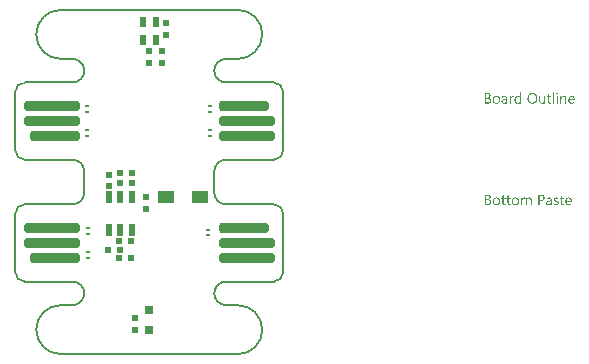
<source format=gbp>
G04*
G04 #@! TF.GenerationSoftware,Altium Limited,Altium Designer,21.3.1 (25)*
G04*
G04 Layer_Color=128*
%FSAX25Y25*%
%MOIN*%
G70*
G04*
G04 #@! TF.SameCoordinates,F5ED4B0F-9D4D-4CB6-A318-13B1BB274F9C*
G04*
G04*
G04 #@! TF.FilePolarity,Positive*
G04*
G01*
G75*
%ADD11C,0.00787*%
%ADD16R,0.01968X0.02165*%
%ADD17R,0.02756X0.02756*%
%ADD30R,0.02165X0.01968*%
%ADD66R,0.05315X0.04331*%
%ADD67R,0.02362X0.03937*%
%ADD68R,0.02362X0.03543*%
%ADD69R,0.01181X0.00787*%
G04:AMPARAMS|DCode=70|XSize=35.43mil|YSize=188.98mil|CornerRadius=13.82mil|HoleSize=0mil|Usage=FLASHONLY|Rotation=90.000|XOffset=0mil|YOffset=0mil|HoleType=Round|Shape=RoundedRectangle|*
%AMROUNDEDRECTD70*
21,1,0.03543,0.16134,0,0,90.0*
21,1,0.00780,0.18898,0,0,90.0*
1,1,0.02764,0.08067,0.00390*
1,1,0.02764,0.08067,-0.00390*
1,1,0.02764,-0.08067,-0.00390*
1,1,0.02764,-0.08067,0.00390*
%
%ADD70ROUNDEDRECTD70*%
G04:AMPARAMS|DCode=71|XSize=35.43mil|YSize=169.29mil|CornerRadius=13.82mil|HoleSize=0mil|Usage=FLASHONLY|Rotation=90.000|XOffset=0mil|YOffset=0mil|HoleType=Round|Shape=RoundedRectangle|*
%AMROUNDEDRECTD71*
21,1,0.03543,0.14165,0,0,90.0*
21,1,0.00780,0.16929,0,0,90.0*
1,1,0.02764,0.07083,0.00390*
1,1,0.02764,0.07083,-0.00390*
1,1,0.02764,-0.07083,-0.00390*
1,1,0.02764,-0.07083,0.00390*
%
%ADD71ROUNDEDRECTD71*%
G36*
X0136020Y0087185D02*
X0136045D01*
X0136101Y0087160D01*
X0136132Y0087141D01*
X0136162Y0087117D01*
X0136169Y0087111D01*
X0136175Y0087104D01*
X0136206Y0087067D01*
X0136231Y0087005D01*
X0136237Y0086968D01*
X0136243Y0086931D01*
Y0086925D01*
Y0086912D01*
X0136237Y0086894D01*
X0136231Y0086869D01*
X0136212Y0086807D01*
X0136187Y0086776D01*
X0136162Y0086745D01*
X0136156D01*
X0136150Y0086733D01*
X0136113Y0086708D01*
X0136057Y0086683D01*
X0136020Y0086677D01*
X0135983Y0086671D01*
X0135964D01*
X0135946Y0086677D01*
X0135921D01*
X0135859Y0086702D01*
X0135828Y0086714D01*
X0135797Y0086739D01*
Y0086745D01*
X0135785Y0086752D01*
X0135773Y0086770D01*
X0135760Y0086789D01*
X0135735Y0086851D01*
X0135729Y0086888D01*
X0135723Y0086931D01*
Y0086937D01*
Y0086949D01*
X0135729Y0086968D01*
X0135735Y0086999D01*
X0135754Y0087055D01*
X0135773Y0087086D01*
X0135797Y0087117D01*
X0135803Y0087123D01*
X0135810Y0087129D01*
X0135847Y0087154D01*
X0135909Y0087179D01*
X0135946Y0087191D01*
X0136002D01*
X0136020Y0087185D01*
D02*
G37*
G36*
X0124030Y0083520D02*
X0123628D01*
Y0083941D01*
X0123615D01*
Y0083935D01*
X0123603Y0083923D01*
X0123584Y0083898D01*
X0123566Y0083867D01*
X0123535Y0083830D01*
X0123498Y0083793D01*
X0123454Y0083749D01*
X0123405Y0083706D01*
X0123349Y0083657D01*
X0123281Y0083613D01*
X0123213Y0083576D01*
X0123133Y0083539D01*
X0123052Y0083508D01*
X0122959Y0083483D01*
X0122860Y0083471D01*
X0122755Y0083465D01*
X0122712D01*
X0122675Y0083471D01*
X0122637Y0083477D01*
X0122588Y0083483D01*
X0122483Y0083508D01*
X0122359Y0083545D01*
X0122235Y0083607D01*
X0122167Y0083644D01*
X0122111Y0083687D01*
X0122049Y0083743D01*
X0121994Y0083799D01*
Y0083805D01*
X0121981Y0083817D01*
X0121969Y0083836D01*
X0121950Y0083861D01*
X0121932Y0083892D01*
X0121907Y0083935D01*
X0121882Y0083985D01*
X0121857Y0084040D01*
X0121826Y0084102D01*
X0121802Y0084170D01*
X0121777Y0084245D01*
X0121758Y0084325D01*
X0121740Y0084412D01*
X0121727Y0084511D01*
X0121721Y0084610D01*
X0121715Y0084715D01*
Y0084721D01*
Y0084740D01*
Y0084777D01*
X0121721Y0084820D01*
X0121727Y0084870D01*
X0121734Y0084932D01*
X0121740Y0085000D01*
X0121752Y0085074D01*
X0121789Y0085235D01*
X0121845Y0085402D01*
X0121882Y0085483D01*
X0121925Y0085563D01*
X0121969Y0085637D01*
X0122025Y0085711D01*
X0122031Y0085718D01*
X0122037Y0085730D01*
X0122055Y0085749D01*
X0122080Y0085773D01*
X0122111Y0085798D01*
X0122154Y0085829D01*
X0122198Y0085866D01*
X0122247Y0085903D01*
X0122371Y0085971D01*
X0122513Y0086033D01*
X0122594Y0086052D01*
X0122681Y0086071D01*
X0122767Y0086083D01*
X0122866Y0086089D01*
X0122916D01*
X0122953Y0086083D01*
X0122990Y0086077D01*
X0123040Y0086071D01*
X0123151Y0086040D01*
X0123275Y0085990D01*
X0123337Y0085959D01*
X0123399Y0085916D01*
X0123461Y0085873D01*
X0123516Y0085817D01*
X0123566Y0085755D01*
X0123615Y0085681D01*
X0123628D01*
Y0087240D01*
X0124030D01*
Y0083520D01*
D02*
G37*
G36*
X0138298Y0086083D02*
X0138372Y0086077D01*
X0138465Y0086058D01*
X0138564Y0086027D01*
X0138669Y0085978D01*
X0138775Y0085910D01*
X0138818Y0085873D01*
X0138861Y0085823D01*
X0138874Y0085811D01*
X0138899Y0085773D01*
X0138929Y0085711D01*
X0138973Y0085625D01*
X0139010Y0085520D01*
X0139047Y0085390D01*
X0139072Y0085235D01*
X0139078Y0085055D01*
Y0083520D01*
X0138676D01*
Y0084950D01*
Y0084956D01*
Y0084987D01*
X0138669Y0085024D01*
Y0085074D01*
X0138657Y0085136D01*
X0138645Y0085204D01*
X0138626Y0085278D01*
X0138601Y0085352D01*
X0138570Y0085427D01*
X0138533Y0085495D01*
X0138484Y0085563D01*
X0138428Y0085625D01*
X0138366Y0085674D01*
X0138286Y0085711D01*
X0138199Y0085742D01*
X0138094Y0085749D01*
X0138081D01*
X0138044Y0085742D01*
X0137988Y0085736D01*
X0137920Y0085718D01*
X0137840Y0085693D01*
X0137753Y0085650D01*
X0137673Y0085594D01*
X0137592Y0085520D01*
X0137586Y0085507D01*
X0137561Y0085483D01*
X0137531Y0085433D01*
X0137493Y0085365D01*
X0137456Y0085284D01*
X0137425Y0085185D01*
X0137400Y0085074D01*
X0137394Y0084950D01*
Y0083520D01*
X0136992D01*
Y0086033D01*
X0137394D01*
Y0085612D01*
X0137407D01*
X0137413Y0085619D01*
X0137419Y0085631D01*
X0137438Y0085656D01*
X0137462Y0085687D01*
X0137487Y0085724D01*
X0137524Y0085761D01*
X0137568Y0085804D01*
X0137617Y0085854D01*
X0137673Y0085897D01*
X0137735Y0085941D01*
X0137803Y0085978D01*
X0137877Y0086015D01*
X0137951Y0086046D01*
X0138038Y0086071D01*
X0138131Y0086083D01*
X0138230Y0086089D01*
X0138267D01*
X0138298Y0086083D01*
D02*
G37*
G36*
X0121300Y0086071D02*
X0121375Y0086064D01*
X0121418Y0086052D01*
X0121449Y0086040D01*
Y0085625D01*
X0121443Y0085631D01*
X0121430Y0085637D01*
X0121405Y0085650D01*
X0121375Y0085668D01*
X0121331Y0085681D01*
X0121275Y0085693D01*
X0121214Y0085699D01*
X0121145Y0085705D01*
X0121133D01*
X0121102Y0085699D01*
X0121053Y0085693D01*
X0120997Y0085674D01*
X0120923Y0085644D01*
X0120855Y0085600D01*
X0120780Y0085538D01*
X0120712Y0085458D01*
X0120706Y0085445D01*
X0120687Y0085414D01*
X0120657Y0085359D01*
X0120626Y0085284D01*
X0120595Y0085192D01*
X0120564Y0085074D01*
X0120545Y0084944D01*
X0120539Y0084795D01*
Y0083520D01*
X0120137D01*
Y0086033D01*
X0120539D01*
Y0085514D01*
X0120551D01*
Y0085520D01*
X0120557Y0085526D01*
X0120570Y0085557D01*
X0120588Y0085606D01*
X0120619Y0085668D01*
X0120650Y0085730D01*
X0120700Y0085798D01*
X0120749Y0085866D01*
X0120811Y0085928D01*
X0120817Y0085934D01*
X0120842Y0085953D01*
X0120879Y0085978D01*
X0120929Y0086002D01*
X0120985Y0086027D01*
X0121053Y0086052D01*
X0121127Y0086071D01*
X0121207Y0086077D01*
X0121263D01*
X0121300Y0086071D01*
D02*
G37*
G36*
X0132040Y0083520D02*
X0131638D01*
Y0083916D01*
X0131625D01*
Y0083910D01*
X0131613Y0083898D01*
X0131600Y0083873D01*
X0131576Y0083848D01*
X0131520Y0083774D01*
X0131433Y0083694D01*
X0131384Y0083650D01*
X0131328Y0083607D01*
X0131266Y0083570D01*
X0131192Y0083533D01*
X0131118Y0083508D01*
X0131037Y0083483D01*
X0130944Y0083471D01*
X0130851Y0083465D01*
X0130814D01*
X0130771Y0083471D01*
X0130709Y0083483D01*
X0130641Y0083495D01*
X0130567Y0083520D01*
X0130486Y0083551D01*
X0130406Y0083601D01*
X0130319Y0083657D01*
X0130239Y0083725D01*
X0130164Y0083811D01*
X0130096Y0083916D01*
X0130034Y0084034D01*
X0129991Y0084176D01*
X0129966Y0084344D01*
X0129954Y0084430D01*
Y0084529D01*
Y0086033D01*
X0130350D01*
Y0084591D01*
Y0084585D01*
Y0084560D01*
X0130356Y0084517D01*
X0130362Y0084467D01*
X0130369Y0084405D01*
X0130381Y0084344D01*
X0130400Y0084269D01*
X0130424Y0084195D01*
X0130462Y0084121D01*
X0130499Y0084053D01*
X0130548Y0083985D01*
X0130610Y0083923D01*
X0130678Y0083873D01*
X0130759Y0083836D01*
X0130858Y0083805D01*
X0130963Y0083799D01*
X0130975D01*
X0131012Y0083805D01*
X0131068Y0083811D01*
X0131130Y0083824D01*
X0131210Y0083855D01*
X0131291Y0083892D01*
X0131371Y0083941D01*
X0131446Y0084016D01*
X0131452Y0084028D01*
X0131477Y0084053D01*
X0131508Y0084102D01*
X0131545Y0084170D01*
X0131576Y0084251D01*
X0131607Y0084350D01*
X0131631Y0084461D01*
X0131638Y0084585D01*
Y0086033D01*
X0132040D01*
Y0083520D01*
D02*
G37*
G36*
X0136175D02*
X0135773D01*
Y0086033D01*
X0136175D01*
Y0083520D01*
D02*
G37*
G36*
X0134955D02*
X0134553D01*
Y0087240D01*
X0134955D01*
Y0083520D01*
D02*
G37*
G36*
X0118577Y0086083D02*
X0118632Y0086077D01*
X0118701Y0086058D01*
X0118775Y0086040D01*
X0118855Y0086009D01*
X0118942Y0085971D01*
X0119022Y0085922D01*
X0119103Y0085860D01*
X0119177Y0085786D01*
X0119245Y0085693D01*
X0119301Y0085588D01*
X0119344Y0085464D01*
X0119369Y0085322D01*
X0119381Y0085154D01*
Y0083520D01*
X0118979D01*
Y0083910D01*
X0118967D01*
Y0083904D01*
X0118954Y0083892D01*
X0118942Y0083867D01*
X0118917Y0083842D01*
X0118855Y0083768D01*
X0118775Y0083687D01*
X0118663Y0083607D01*
X0118533Y0083533D01*
X0118453Y0083508D01*
X0118372Y0083483D01*
X0118286Y0083471D01*
X0118193Y0083465D01*
X0118156D01*
X0118131Y0083471D01*
X0118063Y0083477D01*
X0117982Y0083489D01*
X0117883Y0083514D01*
X0117791Y0083545D01*
X0117692Y0083595D01*
X0117605Y0083657D01*
X0117599Y0083669D01*
X0117574Y0083694D01*
X0117537Y0083737D01*
X0117500Y0083799D01*
X0117463Y0083873D01*
X0117425Y0083960D01*
X0117401Y0084065D01*
X0117394Y0084183D01*
Y0084189D01*
Y0084214D01*
X0117401Y0084251D01*
X0117407Y0084294D01*
X0117419Y0084350D01*
X0117438Y0084412D01*
X0117463Y0084480D01*
X0117500Y0084548D01*
X0117543Y0084622D01*
X0117599Y0084696D01*
X0117667Y0084764D01*
X0117747Y0084826D01*
X0117840Y0084888D01*
X0117952Y0084938D01*
X0118075Y0084975D01*
X0118224Y0085006D01*
X0118979Y0085111D01*
Y0085117D01*
Y0085136D01*
X0118973Y0085173D01*
Y0085210D01*
X0118960Y0085260D01*
X0118954Y0085315D01*
X0118917Y0085433D01*
X0118886Y0085489D01*
X0118855Y0085544D01*
X0118812Y0085600D01*
X0118762Y0085650D01*
X0118701Y0085693D01*
X0118632Y0085724D01*
X0118552Y0085742D01*
X0118459Y0085749D01*
X0118416D01*
X0118385Y0085742D01*
X0118342D01*
X0118298Y0085730D01*
X0118187Y0085711D01*
X0118063Y0085674D01*
X0117927Y0085619D01*
X0117852Y0085582D01*
X0117784Y0085544D01*
X0117710Y0085495D01*
X0117642Y0085439D01*
Y0085854D01*
X0117648D01*
X0117661Y0085866D01*
X0117679Y0085879D01*
X0117710Y0085891D01*
X0117741Y0085910D01*
X0117784Y0085928D01*
X0117834Y0085947D01*
X0117890Y0085971D01*
X0118013Y0086015D01*
X0118162Y0086052D01*
X0118323Y0086077D01*
X0118496Y0086089D01*
X0118533D01*
X0118577Y0086083D01*
D02*
G37*
G36*
X0112888Y0087030D02*
X0112931D01*
X0112975Y0087024D01*
X0113074Y0087011D01*
X0113191Y0086980D01*
X0113315Y0086943D01*
X0113433Y0086888D01*
X0113538Y0086813D01*
X0113544D01*
X0113550Y0086801D01*
X0113581Y0086776D01*
X0113625Y0086727D01*
X0113674Y0086659D01*
X0113717Y0086572D01*
X0113761Y0086473D01*
X0113792Y0086361D01*
X0113804Y0086300D01*
Y0086231D01*
Y0086225D01*
Y0086219D01*
Y0086182D01*
X0113798Y0086126D01*
X0113786Y0086058D01*
X0113767Y0085971D01*
X0113736Y0085885D01*
X0113699Y0085798D01*
X0113643Y0085711D01*
X0113637Y0085699D01*
X0113612Y0085674D01*
X0113575Y0085637D01*
X0113526Y0085588D01*
X0113464Y0085538D01*
X0113390Y0085483D01*
X0113297Y0085439D01*
X0113198Y0085396D01*
Y0085390D01*
X0113216D01*
X0113235Y0085383D01*
X0113253Y0085377D01*
X0113321Y0085365D01*
X0113402Y0085340D01*
X0113488Y0085303D01*
X0113581Y0085260D01*
X0113674Y0085198D01*
X0113761Y0085117D01*
X0113773Y0085105D01*
X0113798Y0085074D01*
X0113829Y0085031D01*
X0113872Y0084963D01*
X0113909Y0084876D01*
X0113947Y0084777D01*
X0113971Y0084659D01*
X0113978Y0084529D01*
Y0084523D01*
Y0084511D01*
Y0084486D01*
X0113971Y0084455D01*
X0113965Y0084418D01*
X0113959Y0084374D01*
X0113934Y0084269D01*
X0113897Y0084152D01*
X0113841Y0084028D01*
X0113804Y0083972D01*
X0113761Y0083910D01*
X0113705Y0083855D01*
X0113649Y0083799D01*
X0113643D01*
X0113637Y0083786D01*
X0113619Y0083774D01*
X0113594Y0083755D01*
X0113563Y0083737D01*
X0113520Y0083712D01*
X0113427Y0083663D01*
X0113309Y0083607D01*
X0113173Y0083564D01*
X0113012Y0083533D01*
X0112931Y0083526D01*
X0112839Y0083520D01*
X0111811D01*
Y0087036D01*
X0112857D01*
X0112888Y0087030D01*
D02*
G37*
G36*
X0133383Y0086033D02*
X0134021D01*
Y0085687D01*
X0133383D01*
Y0084269D01*
Y0084257D01*
Y0084226D01*
X0133389Y0084183D01*
X0133396Y0084127D01*
X0133420Y0084009D01*
X0133439Y0083954D01*
X0133470Y0083910D01*
X0133476Y0083904D01*
X0133488Y0083892D01*
X0133507Y0083879D01*
X0133538Y0083861D01*
X0133575Y0083836D01*
X0133625Y0083824D01*
X0133686Y0083811D01*
X0133755Y0083805D01*
X0133779D01*
X0133810Y0083811D01*
X0133847Y0083817D01*
X0133934Y0083842D01*
X0133977Y0083861D01*
X0134021Y0083886D01*
Y0083539D01*
X0134015D01*
X0133996Y0083526D01*
X0133965Y0083520D01*
X0133922Y0083508D01*
X0133866Y0083495D01*
X0133804Y0083483D01*
X0133730Y0083477D01*
X0133643Y0083471D01*
X0133612D01*
X0133581Y0083477D01*
X0133538Y0083483D01*
X0133488Y0083495D01*
X0133433Y0083508D01*
X0133377Y0083533D01*
X0133315Y0083564D01*
X0133253Y0083601D01*
X0133191Y0083650D01*
X0133136Y0083706D01*
X0133086Y0083780D01*
X0133043Y0083861D01*
X0133012Y0083960D01*
X0132987Y0084071D01*
X0132981Y0084201D01*
Y0085687D01*
X0132554D01*
Y0086033D01*
X0132981D01*
Y0086646D01*
X0133383Y0086776D01*
Y0086033D01*
D02*
G37*
G36*
X0140910Y0086083D02*
X0140954Y0086077D01*
X0140997Y0086071D01*
X0141108Y0086052D01*
X0141232Y0086009D01*
X0141356Y0085953D01*
X0141418Y0085916D01*
X0141480Y0085873D01*
X0141535Y0085823D01*
X0141591Y0085767D01*
X0141597Y0085761D01*
X0141604Y0085755D01*
X0141616Y0085736D01*
X0141634Y0085711D01*
X0141653Y0085674D01*
X0141678Y0085637D01*
X0141702Y0085594D01*
X0141727Y0085538D01*
X0141752Y0085476D01*
X0141777Y0085414D01*
X0141802Y0085340D01*
X0141820Y0085260D01*
X0141839Y0085173D01*
X0141851Y0085086D01*
X0141864Y0084987D01*
Y0084882D01*
Y0084672D01*
X0140087D01*
Y0084665D01*
Y0084653D01*
Y0084635D01*
X0140093Y0084604D01*
X0140099Y0084566D01*
Y0084529D01*
X0140118Y0084430D01*
X0140149Y0084331D01*
X0140186Y0084220D01*
X0140242Y0084114D01*
X0140310Y0084022D01*
X0140322Y0084009D01*
X0140347Y0083985D01*
X0140396Y0083954D01*
X0140464Y0083910D01*
X0140551Y0083867D01*
X0140650Y0083836D01*
X0140768Y0083811D01*
X0140904Y0083799D01*
X0140947D01*
X0140978Y0083805D01*
X0141015D01*
X0141059Y0083811D01*
X0141164Y0083836D01*
X0141282Y0083867D01*
X0141412Y0083916D01*
X0141548Y0083985D01*
X0141616Y0084028D01*
X0141684Y0084077D01*
Y0083700D01*
X0141678D01*
X0141672Y0083687D01*
X0141653Y0083681D01*
X0141622Y0083663D01*
X0141591Y0083644D01*
X0141554Y0083626D01*
X0141504Y0083607D01*
X0141455Y0083582D01*
X0141393Y0083557D01*
X0141325Y0083539D01*
X0141176Y0083502D01*
X0141003Y0083477D01*
X0140811Y0083465D01*
X0140762D01*
X0140725Y0083471D01*
X0140681Y0083477D01*
X0140626Y0083483D01*
X0140508Y0083508D01*
X0140372Y0083545D01*
X0140235Y0083607D01*
X0140167Y0083650D01*
X0140099Y0083694D01*
X0140037Y0083743D01*
X0139976Y0083805D01*
X0139969Y0083811D01*
X0139963Y0083824D01*
X0139951Y0083842D01*
X0139926Y0083867D01*
X0139907Y0083904D01*
X0139883Y0083947D01*
X0139852Y0083997D01*
X0139827Y0084053D01*
X0139796Y0084114D01*
X0139771Y0084189D01*
X0139740Y0084269D01*
X0139722Y0084356D01*
X0139703Y0084449D01*
X0139685Y0084548D01*
X0139678Y0084653D01*
X0139672Y0084764D01*
Y0084771D01*
Y0084789D01*
Y0084820D01*
X0139678Y0084864D01*
X0139685Y0084913D01*
X0139691Y0084969D01*
X0139697Y0085037D01*
X0139716Y0085105D01*
X0139753Y0085254D01*
X0139808Y0085414D01*
X0139846Y0085495D01*
X0139895Y0085569D01*
X0139945Y0085650D01*
X0140000Y0085718D01*
X0140006Y0085724D01*
X0140019Y0085736D01*
X0140037Y0085755D01*
X0140062Y0085773D01*
X0140093Y0085804D01*
X0140130Y0085835D01*
X0140180Y0085866D01*
X0140229Y0085903D01*
X0140347Y0085971D01*
X0140489Y0086033D01*
X0140570Y0086052D01*
X0140650Y0086071D01*
X0140737Y0086083D01*
X0140830Y0086089D01*
X0140879D01*
X0140910Y0086083D01*
D02*
G37*
G36*
X0127868Y0087092D02*
X0127930Y0087086D01*
X0128004Y0087073D01*
X0128085Y0087055D01*
X0128171Y0087036D01*
X0128258Y0087011D01*
X0128357Y0086980D01*
X0128450Y0086937D01*
X0128549Y0086888D01*
X0128648Y0086832D01*
X0128741Y0086764D01*
X0128833Y0086690D01*
X0128920Y0086603D01*
X0128926Y0086597D01*
X0128939Y0086578D01*
X0128963Y0086553D01*
X0128988Y0086516D01*
X0129025Y0086467D01*
X0129063Y0086405D01*
X0129100Y0086337D01*
X0129143Y0086263D01*
X0129186Y0086170D01*
X0129224Y0086077D01*
X0129261Y0085971D01*
X0129298Y0085854D01*
X0129323Y0085736D01*
X0129347Y0085606D01*
X0129360Y0085464D01*
X0129366Y0085322D01*
Y0085309D01*
Y0085284D01*
Y0085241D01*
X0129360Y0085179D01*
X0129353Y0085105D01*
X0129341Y0085024D01*
X0129329Y0084932D01*
X0129310Y0084826D01*
X0129285Y0084721D01*
X0129254Y0084610D01*
X0129217Y0084498D01*
X0129174Y0084387D01*
X0129118Y0084269D01*
X0129056Y0084164D01*
X0128988Y0084059D01*
X0128908Y0083960D01*
X0128902Y0083954D01*
X0128889Y0083941D01*
X0128858Y0083916D01*
X0128827Y0083886D01*
X0128778Y0083842D01*
X0128722Y0083805D01*
X0128660Y0083755D01*
X0128586Y0083712D01*
X0128505Y0083669D01*
X0128413Y0083619D01*
X0128314Y0083582D01*
X0128202Y0083545D01*
X0128085Y0083508D01*
X0127961Y0083483D01*
X0127831Y0083471D01*
X0127688Y0083465D01*
X0127657D01*
X0127614Y0083471D01*
X0127565D01*
X0127503Y0083477D01*
X0127428Y0083489D01*
X0127348Y0083508D01*
X0127255Y0083526D01*
X0127162Y0083551D01*
X0127063Y0083582D01*
X0126964Y0083626D01*
X0126865Y0083669D01*
X0126766Y0083725D01*
X0126667Y0083793D01*
X0126574Y0083867D01*
X0126488Y0083954D01*
X0126481Y0083960D01*
X0126469Y0083978D01*
X0126444Y0084003D01*
X0126419Y0084040D01*
X0126382Y0084090D01*
X0126345Y0084152D01*
X0126308Y0084220D01*
X0126265Y0084300D01*
X0126221Y0084387D01*
X0126184Y0084480D01*
X0126147Y0084585D01*
X0126110Y0084703D01*
X0126085Y0084820D01*
X0126060Y0084950D01*
X0126048Y0085093D01*
X0126042Y0085235D01*
Y0085247D01*
Y0085272D01*
X0126048Y0085315D01*
Y0085377D01*
X0126054Y0085445D01*
X0126067Y0085532D01*
X0126079Y0085625D01*
X0126098Y0085724D01*
X0126122Y0085829D01*
X0126153Y0085941D01*
X0126190Y0086052D01*
X0126234Y0086163D01*
X0126289Y0086275D01*
X0126351Y0086386D01*
X0126419Y0086492D01*
X0126500Y0086590D01*
X0126506Y0086597D01*
X0126518Y0086615D01*
X0126549Y0086640D01*
X0126587Y0086671D01*
X0126630Y0086708D01*
X0126686Y0086752D01*
X0126754Y0086795D01*
X0126828Y0086844D01*
X0126915Y0086894D01*
X0127007Y0086937D01*
X0127106Y0086980D01*
X0127218Y0087018D01*
X0127342Y0087049D01*
X0127472Y0087080D01*
X0127608Y0087092D01*
X0127750Y0087098D01*
X0127818D01*
X0127868Y0087092D01*
D02*
G37*
G36*
X0115841Y0086083D02*
X0115884Y0086077D01*
X0115940Y0086071D01*
X0116064Y0086046D01*
X0116206Y0086002D01*
X0116348Y0085941D01*
X0116423Y0085903D01*
X0116491Y0085860D01*
X0116559Y0085804D01*
X0116621Y0085742D01*
X0116627Y0085736D01*
X0116633Y0085724D01*
X0116652Y0085705D01*
X0116670Y0085681D01*
X0116695Y0085644D01*
X0116720Y0085600D01*
X0116751Y0085551D01*
X0116782Y0085495D01*
X0116806Y0085427D01*
X0116837Y0085359D01*
X0116862Y0085278D01*
X0116887Y0085192D01*
X0116905Y0085099D01*
X0116924Y0085000D01*
X0116930Y0084895D01*
X0116936Y0084783D01*
Y0084777D01*
Y0084758D01*
Y0084727D01*
X0116930Y0084684D01*
X0116924Y0084635D01*
X0116918Y0084573D01*
X0116905Y0084511D01*
X0116893Y0084436D01*
X0116856Y0084288D01*
X0116794Y0084127D01*
X0116757Y0084046D01*
X0116707Y0083966D01*
X0116658Y0083892D01*
X0116596Y0083824D01*
X0116590Y0083817D01*
X0116577Y0083811D01*
X0116559Y0083793D01*
X0116534Y0083768D01*
X0116497Y0083743D01*
X0116460Y0083712D01*
X0116410Y0083675D01*
X0116355Y0083644D01*
X0116293Y0083613D01*
X0116225Y0083576D01*
X0116150Y0083545D01*
X0116070Y0083520D01*
X0115983Y0083495D01*
X0115890Y0083483D01*
X0115791Y0083471D01*
X0115686Y0083465D01*
X0115630D01*
X0115593Y0083471D01*
X0115550Y0083477D01*
X0115494Y0083483D01*
X0115432Y0083495D01*
X0115364Y0083508D01*
X0115222Y0083551D01*
X0115073Y0083613D01*
X0114999Y0083650D01*
X0114931Y0083700D01*
X0114863Y0083749D01*
X0114795Y0083811D01*
X0114788Y0083817D01*
X0114782Y0083830D01*
X0114764Y0083848D01*
X0114745Y0083873D01*
X0114720Y0083910D01*
X0114689Y0083954D01*
X0114658Y0084003D01*
X0114634Y0084059D01*
X0114603Y0084127D01*
X0114572Y0084195D01*
X0114541Y0084269D01*
X0114516Y0084356D01*
X0114479Y0084542D01*
X0114473Y0084641D01*
X0114467Y0084746D01*
Y0084752D01*
Y0084777D01*
Y0084808D01*
X0114473Y0084851D01*
X0114479Y0084901D01*
X0114485Y0084963D01*
X0114497Y0085031D01*
X0114510Y0085105D01*
X0114547Y0085266D01*
X0114609Y0085427D01*
X0114652Y0085507D01*
X0114696Y0085588D01*
X0114745Y0085662D01*
X0114807Y0085730D01*
X0114813Y0085736D01*
X0114825Y0085749D01*
X0114844Y0085761D01*
X0114869Y0085786D01*
X0114906Y0085811D01*
X0114949Y0085842D01*
X0114999Y0085879D01*
X0115055Y0085910D01*
X0115117Y0085941D01*
X0115191Y0085978D01*
X0115265Y0086009D01*
X0115352Y0086033D01*
X0115438Y0086058D01*
X0115537Y0086077D01*
X0115643Y0086083D01*
X0115748Y0086089D01*
X0115804D01*
X0115841Y0086083D01*
D02*
G37*
G36*
X0135940Y0052225D02*
X0136020Y0052219D01*
X0136107Y0052206D01*
X0136206Y0052181D01*
X0136305Y0052157D01*
X0136404Y0052119D01*
Y0051711D01*
X0136391Y0051717D01*
X0136354Y0051742D01*
X0136299Y0051767D01*
X0136224Y0051804D01*
X0136132Y0051835D01*
X0136020Y0051866D01*
X0135896Y0051884D01*
X0135766Y0051890D01*
X0135698D01*
X0135636Y0051878D01*
X0135562Y0051866D01*
X0135556D01*
X0135550Y0051859D01*
X0135512Y0051847D01*
X0135463Y0051822D01*
X0135407Y0051791D01*
X0135395Y0051785D01*
X0135370Y0051760D01*
X0135339Y0051723D01*
X0135308Y0051680D01*
X0135302Y0051668D01*
X0135290Y0051637D01*
X0135277Y0051593D01*
X0135271Y0051538D01*
Y0051531D01*
Y0051519D01*
Y0051500D01*
X0135277Y0051482D01*
X0135290Y0051426D01*
X0135308Y0051371D01*
X0135315Y0051358D01*
X0135333Y0051333D01*
X0135370Y0051296D01*
X0135414Y0051253D01*
X0135420D01*
X0135426Y0051247D01*
X0135463Y0051222D01*
X0135512Y0051191D01*
X0135581Y0051160D01*
X0135587D01*
X0135599Y0051154D01*
X0135618Y0051148D01*
X0135649Y0051135D01*
X0135717Y0051111D01*
X0135803Y0051073D01*
X0135810D01*
X0135834Y0051061D01*
X0135865Y0051049D01*
X0135903Y0051036D01*
X0136002Y0050993D01*
X0136101Y0050943D01*
X0136107D01*
X0136125Y0050931D01*
X0136150Y0050919D01*
X0136181Y0050900D01*
X0136255Y0050850D01*
X0136330Y0050789D01*
X0136336Y0050782D01*
X0136348Y0050776D01*
X0136361Y0050758D01*
X0136385Y0050733D01*
X0136429Y0050671D01*
X0136472Y0050590D01*
Y0050584D01*
X0136478Y0050572D01*
X0136491Y0050547D01*
X0136497Y0050516D01*
X0136509Y0050479D01*
X0136515Y0050436D01*
X0136521Y0050331D01*
Y0050324D01*
Y0050300D01*
X0136515Y0050262D01*
X0136509Y0050219D01*
X0136503Y0050170D01*
X0136484Y0050114D01*
X0136466Y0050064D01*
X0136435Y0050009D01*
X0136429Y0050002D01*
X0136423Y0049984D01*
X0136404Y0049959D01*
X0136379Y0049928D01*
X0136348Y0049891D01*
X0136311Y0049854D01*
X0136218Y0049780D01*
X0136212Y0049773D01*
X0136193Y0049767D01*
X0136169Y0049749D01*
X0136125Y0049730D01*
X0136082Y0049705D01*
X0136026Y0049687D01*
X0135971Y0049668D01*
X0135903Y0049650D01*
X0135896D01*
X0135872Y0049643D01*
X0135834Y0049637D01*
X0135791Y0049631D01*
X0135729Y0049619D01*
X0135667Y0049613D01*
X0135525Y0049606D01*
X0135463D01*
X0135389Y0049613D01*
X0135296Y0049625D01*
X0135191Y0049643D01*
X0135079Y0049668D01*
X0134968Y0049699D01*
X0134856Y0049749D01*
Y0050182D01*
X0134863D01*
X0134869Y0050170D01*
X0134887Y0050157D01*
X0134912Y0050145D01*
X0134980Y0050108D01*
X0135073Y0050064D01*
X0135178Y0050015D01*
X0135302Y0049978D01*
X0135438Y0049953D01*
X0135581Y0049941D01*
X0135630D01*
X0135661Y0049947D01*
X0135748Y0049959D01*
X0135847Y0049984D01*
X0135940Y0050027D01*
X0135983Y0050058D01*
X0136026Y0050089D01*
X0136057Y0050133D01*
X0136082Y0050176D01*
X0136101Y0050231D01*
X0136107Y0050293D01*
Y0050300D01*
Y0050312D01*
Y0050331D01*
X0136101Y0050349D01*
X0136088Y0050405D01*
X0136063Y0050460D01*
Y0050467D01*
X0136057Y0050473D01*
X0136032Y0050504D01*
X0135995Y0050547D01*
X0135940Y0050584D01*
X0135933D01*
X0135927Y0050597D01*
X0135890Y0050615D01*
X0135834Y0050652D01*
X0135760Y0050683D01*
X0135754D01*
X0135742Y0050690D01*
X0135723Y0050702D01*
X0135692Y0050714D01*
X0135624Y0050739D01*
X0135537Y0050776D01*
X0135531D01*
X0135506Y0050789D01*
X0135475Y0050801D01*
X0135438Y0050813D01*
X0135339Y0050857D01*
X0135240Y0050906D01*
X0135234Y0050912D01*
X0135222Y0050919D01*
X0135197Y0050931D01*
X0135166Y0050950D01*
X0135098Y0050999D01*
X0135030Y0051055D01*
X0135023Y0051061D01*
X0135017Y0051067D01*
X0134999Y0051086D01*
X0134980Y0051111D01*
X0134937Y0051172D01*
X0134900Y0051247D01*
Y0051253D01*
X0134894Y0051265D01*
X0134887Y0051290D01*
X0134881Y0051321D01*
X0134875Y0051358D01*
X0134869Y0051401D01*
X0134863Y0051507D01*
Y0051513D01*
Y0051538D01*
X0134869Y0051569D01*
X0134875Y0051612D01*
X0134881Y0051661D01*
X0134900Y0051711D01*
X0134918Y0051767D01*
X0134943Y0051816D01*
X0134949Y0051822D01*
X0134955Y0051841D01*
X0134974Y0051866D01*
X0134999Y0051897D01*
X0135067Y0051971D01*
X0135153Y0052045D01*
X0135160Y0052051D01*
X0135178Y0052058D01*
X0135203Y0052076D01*
X0135246Y0052095D01*
X0135290Y0052119D01*
X0135339Y0052144D01*
X0135463Y0052181D01*
X0135469D01*
X0135494Y0052188D01*
X0135525Y0052200D01*
X0135574Y0052206D01*
X0135624Y0052219D01*
X0135686Y0052225D01*
X0135822Y0052231D01*
X0135878D01*
X0135940Y0052225D01*
D02*
G37*
G36*
X0126748D02*
X0126803Y0052212D01*
X0126865Y0052200D01*
X0126933Y0052175D01*
X0127014Y0052144D01*
X0127088Y0052101D01*
X0127168Y0052051D01*
X0127243Y0051983D01*
X0127311Y0051897D01*
X0127373Y0051798D01*
X0127428Y0051686D01*
X0127465Y0051544D01*
X0127497Y0051389D01*
X0127503Y0051209D01*
Y0049662D01*
X0127100D01*
Y0051104D01*
Y0051111D01*
Y0051123D01*
Y0051141D01*
Y0051172D01*
X0127094Y0051247D01*
X0127082Y0051333D01*
X0127069Y0051432D01*
X0127045Y0051531D01*
X0127014Y0051624D01*
X0126970Y0051705D01*
X0126964Y0051711D01*
X0126946Y0051736D01*
X0126915Y0051767D01*
X0126865Y0051798D01*
X0126809Y0051835D01*
X0126735Y0051859D01*
X0126642Y0051884D01*
X0126537Y0051890D01*
X0126525D01*
X0126494Y0051884D01*
X0126444Y0051878D01*
X0126382Y0051859D01*
X0126314Y0051835D01*
X0126240Y0051791D01*
X0126166Y0051736D01*
X0126098Y0051655D01*
X0126091Y0051643D01*
X0126073Y0051612D01*
X0126042Y0051562D01*
X0126011Y0051494D01*
X0125974Y0051414D01*
X0125949Y0051321D01*
X0125924Y0051209D01*
X0125918Y0051092D01*
Y0049662D01*
X0125516D01*
Y0051154D01*
Y0051160D01*
Y0051185D01*
X0125510Y0051222D01*
Y0051271D01*
X0125497Y0051327D01*
X0125485Y0051389D01*
X0125466Y0051451D01*
X0125448Y0051525D01*
X0125417Y0051593D01*
X0125380Y0051655D01*
X0125330Y0051717D01*
X0125274Y0051773D01*
X0125212Y0051822D01*
X0125132Y0051859D01*
X0125045Y0051884D01*
X0124946Y0051890D01*
X0124934D01*
X0124903Y0051884D01*
X0124853Y0051878D01*
X0124792Y0051866D01*
X0124723Y0051835D01*
X0124649Y0051798D01*
X0124575Y0051742D01*
X0124507Y0051668D01*
X0124501Y0051655D01*
X0124482Y0051630D01*
X0124451Y0051581D01*
X0124420Y0051513D01*
X0124389Y0051432D01*
X0124358Y0051333D01*
X0124340Y0051222D01*
X0124333Y0051092D01*
Y0049662D01*
X0123931D01*
Y0052175D01*
X0124333D01*
Y0051773D01*
X0124346D01*
X0124352Y0051779D01*
X0124358Y0051791D01*
X0124377Y0051816D01*
X0124395Y0051847D01*
X0124457Y0051915D01*
X0124544Y0052002D01*
X0124655Y0052088D01*
X0124785Y0052157D01*
X0124866Y0052188D01*
X0124946Y0052212D01*
X0125033Y0052225D01*
X0125126Y0052231D01*
X0125169D01*
X0125219Y0052225D01*
X0125280Y0052212D01*
X0125349Y0052194D01*
X0125423Y0052169D01*
X0125497Y0052138D01*
X0125571Y0052088D01*
X0125578Y0052082D01*
X0125602Y0052064D01*
X0125633Y0052033D01*
X0125677Y0051990D01*
X0125720Y0051934D01*
X0125763Y0051872D01*
X0125807Y0051798D01*
X0125838Y0051711D01*
X0125844Y0051717D01*
X0125850Y0051736D01*
X0125868Y0051760D01*
X0125887Y0051791D01*
X0125918Y0051835D01*
X0125955Y0051878D01*
X0125998Y0051921D01*
X0126048Y0051971D01*
X0126104Y0052020D01*
X0126166Y0052064D01*
X0126234Y0052113D01*
X0126308Y0052150D01*
X0126389Y0052181D01*
X0126475Y0052206D01*
X0126574Y0052225D01*
X0126673Y0052231D01*
X0126710D01*
X0126748Y0052225D01*
D02*
G37*
G36*
X0133445D02*
X0133501Y0052219D01*
X0133569Y0052200D01*
X0133643Y0052181D01*
X0133724Y0052150D01*
X0133810Y0052113D01*
X0133891Y0052064D01*
X0133971Y0052002D01*
X0134046Y0051928D01*
X0134114Y0051835D01*
X0134169Y0051730D01*
X0134213Y0051606D01*
X0134237Y0051463D01*
X0134250Y0051296D01*
Y0049662D01*
X0133847D01*
Y0050052D01*
X0133835D01*
Y0050046D01*
X0133823Y0050033D01*
X0133810Y0050009D01*
X0133785Y0049984D01*
X0133724Y0049910D01*
X0133643Y0049829D01*
X0133532Y0049749D01*
X0133402Y0049674D01*
X0133321Y0049650D01*
X0133241Y0049625D01*
X0133154Y0049613D01*
X0133061Y0049606D01*
X0133024D01*
X0132999Y0049613D01*
X0132931Y0049619D01*
X0132851Y0049631D01*
X0132752Y0049656D01*
X0132659Y0049687D01*
X0132560Y0049736D01*
X0132473Y0049798D01*
X0132467Y0049811D01*
X0132442Y0049835D01*
X0132405Y0049879D01*
X0132368Y0049941D01*
X0132331Y0050015D01*
X0132294Y0050102D01*
X0132269Y0050207D01*
X0132263Y0050324D01*
Y0050331D01*
Y0050355D01*
X0132269Y0050392D01*
X0132275Y0050436D01*
X0132288Y0050491D01*
X0132306Y0050553D01*
X0132331Y0050621D01*
X0132368Y0050690D01*
X0132411Y0050764D01*
X0132467Y0050838D01*
X0132535Y0050906D01*
X0132616Y0050968D01*
X0132709Y0051030D01*
X0132820Y0051079D01*
X0132944Y0051117D01*
X0133092Y0051148D01*
X0133847Y0051253D01*
Y0051259D01*
Y0051278D01*
X0133841Y0051315D01*
Y0051352D01*
X0133829Y0051401D01*
X0133823Y0051457D01*
X0133785Y0051575D01*
X0133755Y0051630D01*
X0133724Y0051686D01*
X0133680Y0051742D01*
X0133631Y0051791D01*
X0133569Y0051835D01*
X0133501Y0051866D01*
X0133420Y0051884D01*
X0133327Y0051890D01*
X0133284D01*
X0133253Y0051884D01*
X0133210D01*
X0133167Y0051872D01*
X0133055Y0051853D01*
X0132931Y0051816D01*
X0132795Y0051760D01*
X0132721Y0051723D01*
X0132653Y0051686D01*
X0132579Y0051637D01*
X0132510Y0051581D01*
Y0051996D01*
X0132517D01*
X0132529Y0052008D01*
X0132547Y0052020D01*
X0132579Y0052033D01*
X0132609Y0052051D01*
X0132653Y0052070D01*
X0132702Y0052088D01*
X0132758Y0052113D01*
X0132882Y0052157D01*
X0133030Y0052194D01*
X0133191Y0052219D01*
X0133365Y0052231D01*
X0133402D01*
X0133445Y0052225D01*
D02*
G37*
G36*
X0130746Y0053172D02*
X0130796D01*
X0130845Y0053166D01*
X0130975Y0053141D01*
X0131111Y0053110D01*
X0131260Y0053060D01*
X0131402Y0052992D01*
X0131464Y0052949D01*
X0131526Y0052899D01*
X0131532D01*
X0131539Y0052887D01*
X0131557Y0052868D01*
X0131576Y0052850D01*
X0131625Y0052788D01*
X0131687Y0052701D01*
X0131743Y0052590D01*
X0131792Y0052460D01*
X0131830Y0052305D01*
X0131836Y0052219D01*
X0131842Y0052126D01*
Y0052119D01*
Y0052101D01*
Y0052076D01*
X0131836Y0052045D01*
X0131830Y0052002D01*
X0131823Y0051952D01*
X0131799Y0051835D01*
X0131755Y0051705D01*
X0131693Y0051569D01*
X0131656Y0051500D01*
X0131613Y0051432D01*
X0131557Y0051364D01*
X0131495Y0051302D01*
X0131489Y0051296D01*
X0131477Y0051290D01*
X0131458Y0051271D01*
X0131433Y0051253D01*
X0131396Y0051228D01*
X0131353Y0051203D01*
X0131303Y0051172D01*
X0131248Y0051148D01*
X0131186Y0051117D01*
X0131118Y0051086D01*
X0131037Y0051061D01*
X0130957Y0051036D01*
X0130771Y0050999D01*
X0130672Y0050993D01*
X0130567Y0050987D01*
X0130103D01*
Y0049662D01*
X0129688D01*
Y0053178D01*
X0130709D01*
X0130746Y0053172D01*
D02*
G37*
G36*
X0112888D02*
X0112931D01*
X0112975Y0053166D01*
X0113074Y0053153D01*
X0113191Y0053122D01*
X0113315Y0053085D01*
X0113433Y0053029D01*
X0113538Y0052955D01*
X0113544D01*
X0113550Y0052943D01*
X0113581Y0052918D01*
X0113625Y0052868D01*
X0113674Y0052800D01*
X0113717Y0052714D01*
X0113761Y0052615D01*
X0113792Y0052503D01*
X0113804Y0052441D01*
Y0052373D01*
Y0052367D01*
Y0052361D01*
Y0052324D01*
X0113798Y0052268D01*
X0113786Y0052200D01*
X0113767Y0052113D01*
X0113736Y0052027D01*
X0113699Y0051940D01*
X0113643Y0051853D01*
X0113637Y0051841D01*
X0113612Y0051816D01*
X0113575Y0051779D01*
X0113526Y0051730D01*
X0113464Y0051680D01*
X0113390Y0051624D01*
X0113297Y0051581D01*
X0113198Y0051538D01*
Y0051531D01*
X0113216D01*
X0113235Y0051525D01*
X0113253Y0051519D01*
X0113321Y0051507D01*
X0113402Y0051482D01*
X0113488Y0051445D01*
X0113581Y0051401D01*
X0113674Y0051340D01*
X0113761Y0051259D01*
X0113773Y0051247D01*
X0113798Y0051216D01*
X0113829Y0051172D01*
X0113872Y0051104D01*
X0113909Y0051018D01*
X0113947Y0050919D01*
X0113971Y0050801D01*
X0113978Y0050671D01*
Y0050665D01*
Y0050652D01*
Y0050628D01*
X0113971Y0050597D01*
X0113965Y0050560D01*
X0113959Y0050516D01*
X0113934Y0050411D01*
X0113897Y0050293D01*
X0113841Y0050170D01*
X0113804Y0050114D01*
X0113761Y0050052D01*
X0113705Y0049996D01*
X0113649Y0049941D01*
X0113643D01*
X0113637Y0049928D01*
X0113619Y0049916D01*
X0113594Y0049897D01*
X0113563Y0049879D01*
X0113520Y0049854D01*
X0113427Y0049804D01*
X0113309Y0049749D01*
X0113173Y0049705D01*
X0113012Y0049674D01*
X0112931Y0049668D01*
X0112839Y0049662D01*
X0111811D01*
Y0053178D01*
X0112857D01*
X0112888Y0053172D01*
D02*
G37*
G36*
X0137673Y0052175D02*
X0138310D01*
Y0051828D01*
X0137673D01*
Y0050411D01*
Y0050399D01*
Y0050368D01*
X0137679Y0050324D01*
X0137685Y0050269D01*
X0137710Y0050151D01*
X0137729Y0050095D01*
X0137759Y0050052D01*
X0137766Y0050046D01*
X0137778Y0050033D01*
X0137797Y0050021D01*
X0137828Y0050002D01*
X0137865Y0049978D01*
X0137914Y0049965D01*
X0137976Y0049953D01*
X0138044Y0049947D01*
X0138069D01*
X0138100Y0049953D01*
X0138137Y0049959D01*
X0138224Y0049984D01*
X0138267Y0050002D01*
X0138310Y0050027D01*
Y0049681D01*
X0138304D01*
X0138286Y0049668D01*
X0138255Y0049662D01*
X0138211Y0049650D01*
X0138156Y0049637D01*
X0138094Y0049625D01*
X0138020Y0049619D01*
X0137933Y0049613D01*
X0137902D01*
X0137871Y0049619D01*
X0137828Y0049625D01*
X0137778Y0049637D01*
X0137722Y0049650D01*
X0137667Y0049674D01*
X0137605Y0049705D01*
X0137543Y0049742D01*
X0137481Y0049792D01*
X0137425Y0049848D01*
X0137376Y0049922D01*
X0137332Y0050002D01*
X0137301Y0050102D01*
X0137277Y0050213D01*
X0137270Y0050343D01*
Y0051828D01*
X0136843D01*
Y0052175D01*
X0137270D01*
Y0052788D01*
X0137673Y0052918D01*
Y0052175D01*
D02*
G37*
G36*
X0119815D02*
X0120452D01*
Y0051828D01*
X0119815D01*
Y0050411D01*
Y0050399D01*
Y0050368D01*
X0119821Y0050324D01*
X0119827Y0050269D01*
X0119852Y0050151D01*
X0119870Y0050095D01*
X0119901Y0050052D01*
X0119907Y0050046D01*
X0119920Y0050033D01*
X0119939Y0050021D01*
X0119969Y0050002D01*
X0120007Y0049978D01*
X0120056Y0049965D01*
X0120118Y0049953D01*
X0120186Y0049947D01*
X0120211D01*
X0120242Y0049953D01*
X0120279Y0049959D01*
X0120366Y0049984D01*
X0120409Y0050002D01*
X0120452Y0050027D01*
Y0049681D01*
X0120446D01*
X0120428Y0049668D01*
X0120397Y0049662D01*
X0120353Y0049650D01*
X0120298Y0049637D01*
X0120236Y0049625D01*
X0120161Y0049619D01*
X0120075Y0049613D01*
X0120044D01*
X0120013Y0049619D01*
X0119969Y0049625D01*
X0119920Y0049637D01*
X0119864Y0049650D01*
X0119808Y0049674D01*
X0119747Y0049705D01*
X0119685Y0049742D01*
X0119623Y0049792D01*
X0119567Y0049848D01*
X0119518Y0049922D01*
X0119474Y0050002D01*
X0119443Y0050102D01*
X0119419Y0050213D01*
X0119412Y0050343D01*
Y0051828D01*
X0118985D01*
Y0052175D01*
X0119412D01*
Y0052788D01*
X0119815Y0052918D01*
Y0052175D01*
D02*
G37*
G36*
X0118112D02*
X0118750D01*
Y0051828D01*
X0118112D01*
Y0050411D01*
Y0050399D01*
Y0050368D01*
X0118119Y0050324D01*
X0118125Y0050269D01*
X0118150Y0050151D01*
X0118168Y0050095D01*
X0118199Y0050052D01*
X0118205Y0050046D01*
X0118218Y0050033D01*
X0118236Y0050021D01*
X0118267Y0050002D01*
X0118304Y0049978D01*
X0118354Y0049965D01*
X0118416Y0049953D01*
X0118484Y0049947D01*
X0118509D01*
X0118540Y0049953D01*
X0118577Y0049959D01*
X0118663Y0049984D01*
X0118707Y0050002D01*
X0118750Y0050027D01*
Y0049681D01*
X0118744D01*
X0118725Y0049668D01*
X0118694Y0049662D01*
X0118651Y0049650D01*
X0118595Y0049637D01*
X0118533Y0049625D01*
X0118459Y0049619D01*
X0118372Y0049613D01*
X0118342D01*
X0118310Y0049619D01*
X0118267Y0049625D01*
X0118218Y0049637D01*
X0118162Y0049650D01*
X0118106Y0049674D01*
X0118044Y0049705D01*
X0117982Y0049742D01*
X0117921Y0049792D01*
X0117865Y0049848D01*
X0117815Y0049922D01*
X0117772Y0050002D01*
X0117741Y0050102D01*
X0117716Y0050213D01*
X0117710Y0050343D01*
Y0051828D01*
X0117283D01*
Y0052175D01*
X0117710D01*
Y0052788D01*
X0118112Y0052918D01*
Y0052175D01*
D02*
G37*
G36*
X0139914Y0052225D02*
X0139957Y0052219D01*
X0140000Y0052212D01*
X0140112Y0052194D01*
X0140235Y0052150D01*
X0140359Y0052095D01*
X0140421Y0052058D01*
X0140483Y0052014D01*
X0140539Y0051965D01*
X0140594Y0051909D01*
X0140601Y0051903D01*
X0140607Y0051897D01*
X0140619Y0051878D01*
X0140638Y0051853D01*
X0140656Y0051816D01*
X0140681Y0051779D01*
X0140706Y0051736D01*
X0140731Y0051680D01*
X0140755Y0051618D01*
X0140780Y0051556D01*
X0140805Y0051482D01*
X0140824Y0051401D01*
X0140842Y0051315D01*
X0140855Y0051228D01*
X0140867Y0051129D01*
Y0051024D01*
Y0050813D01*
X0139090D01*
Y0050807D01*
Y0050795D01*
Y0050776D01*
X0139096Y0050745D01*
X0139103Y0050708D01*
Y0050671D01*
X0139121Y0050572D01*
X0139152Y0050473D01*
X0139189Y0050362D01*
X0139245Y0050256D01*
X0139313Y0050163D01*
X0139326Y0050151D01*
X0139350Y0050126D01*
X0139400Y0050095D01*
X0139468Y0050052D01*
X0139555Y0050009D01*
X0139654Y0049978D01*
X0139771Y0049953D01*
X0139907Y0049941D01*
X0139951D01*
X0139982Y0049947D01*
X0140019D01*
X0140062Y0049953D01*
X0140167Y0049978D01*
X0140285Y0050009D01*
X0140415Y0050058D01*
X0140551Y0050126D01*
X0140619Y0050170D01*
X0140687Y0050219D01*
Y0049841D01*
X0140681D01*
X0140675Y0049829D01*
X0140656Y0049823D01*
X0140626Y0049804D01*
X0140594Y0049786D01*
X0140557Y0049767D01*
X0140508Y0049749D01*
X0140458Y0049724D01*
X0140396Y0049699D01*
X0140328Y0049681D01*
X0140180Y0049643D01*
X0140006Y0049619D01*
X0139815Y0049606D01*
X0139765D01*
X0139728Y0049613D01*
X0139685Y0049619D01*
X0139629Y0049625D01*
X0139511Y0049650D01*
X0139375Y0049687D01*
X0139239Y0049749D01*
X0139171Y0049792D01*
X0139103Y0049835D01*
X0139041Y0049885D01*
X0138979Y0049947D01*
X0138973Y0049953D01*
X0138967Y0049965D01*
X0138954Y0049984D01*
X0138929Y0050009D01*
X0138911Y0050046D01*
X0138886Y0050089D01*
X0138855Y0050139D01*
X0138830Y0050194D01*
X0138799Y0050256D01*
X0138775Y0050331D01*
X0138744Y0050411D01*
X0138725Y0050498D01*
X0138707Y0050590D01*
X0138688Y0050690D01*
X0138682Y0050795D01*
X0138676Y0050906D01*
Y0050912D01*
Y0050931D01*
Y0050962D01*
X0138682Y0051005D01*
X0138688Y0051055D01*
X0138694Y0051111D01*
X0138700Y0051179D01*
X0138719Y0051247D01*
X0138756Y0051395D01*
X0138812Y0051556D01*
X0138849Y0051637D01*
X0138899Y0051711D01*
X0138948Y0051791D01*
X0139004Y0051859D01*
X0139010Y0051866D01*
X0139022Y0051878D01*
X0139041Y0051897D01*
X0139066Y0051915D01*
X0139096Y0051946D01*
X0139134Y0051977D01*
X0139183Y0052008D01*
X0139233Y0052045D01*
X0139350Y0052113D01*
X0139493Y0052175D01*
X0139573Y0052194D01*
X0139654Y0052212D01*
X0139740Y0052225D01*
X0139833Y0052231D01*
X0139883D01*
X0139914Y0052225D01*
D02*
G37*
G36*
X0122192D02*
X0122235Y0052219D01*
X0122291Y0052212D01*
X0122415Y0052188D01*
X0122557Y0052144D01*
X0122699Y0052082D01*
X0122774Y0052045D01*
X0122842Y0052002D01*
X0122910Y0051946D01*
X0122972Y0051884D01*
X0122978Y0051878D01*
X0122984Y0051866D01*
X0123003Y0051847D01*
X0123021Y0051822D01*
X0123046Y0051785D01*
X0123071Y0051742D01*
X0123102Y0051692D01*
X0123133Y0051637D01*
X0123157Y0051569D01*
X0123188Y0051500D01*
X0123213Y0051420D01*
X0123238Y0051333D01*
X0123256Y0051240D01*
X0123275Y0051141D01*
X0123281Y0051036D01*
X0123287Y0050925D01*
Y0050919D01*
Y0050900D01*
Y0050869D01*
X0123281Y0050826D01*
X0123275Y0050776D01*
X0123269Y0050714D01*
X0123256Y0050652D01*
X0123244Y0050578D01*
X0123207Y0050430D01*
X0123145Y0050269D01*
X0123108Y0050188D01*
X0123058Y0050108D01*
X0123009Y0050033D01*
X0122947Y0049965D01*
X0122941Y0049959D01*
X0122928Y0049953D01*
X0122910Y0049934D01*
X0122885Y0049910D01*
X0122848Y0049885D01*
X0122811Y0049854D01*
X0122761Y0049817D01*
X0122705Y0049786D01*
X0122643Y0049755D01*
X0122575Y0049718D01*
X0122501Y0049687D01*
X0122421Y0049662D01*
X0122334Y0049637D01*
X0122241Y0049625D01*
X0122142Y0049613D01*
X0122037Y0049606D01*
X0121981D01*
X0121944Y0049613D01*
X0121901Y0049619D01*
X0121845Y0049625D01*
X0121783Y0049637D01*
X0121715Y0049650D01*
X0121573Y0049693D01*
X0121424Y0049755D01*
X0121350Y0049792D01*
X0121282Y0049841D01*
X0121214Y0049891D01*
X0121145Y0049953D01*
X0121139Y0049959D01*
X0121133Y0049972D01*
X0121115Y0049990D01*
X0121096Y0050015D01*
X0121071Y0050052D01*
X0121040Y0050095D01*
X0121009Y0050145D01*
X0120985Y0050200D01*
X0120954Y0050269D01*
X0120923Y0050337D01*
X0120892Y0050411D01*
X0120867Y0050498D01*
X0120830Y0050683D01*
X0120824Y0050782D01*
X0120817Y0050888D01*
Y0050894D01*
Y0050919D01*
Y0050950D01*
X0120824Y0050993D01*
X0120830Y0051042D01*
X0120836Y0051104D01*
X0120848Y0051172D01*
X0120861Y0051247D01*
X0120898Y0051408D01*
X0120960Y0051569D01*
X0121003Y0051649D01*
X0121046Y0051730D01*
X0121096Y0051804D01*
X0121158Y0051872D01*
X0121164Y0051878D01*
X0121177Y0051890D01*
X0121195Y0051903D01*
X0121220Y0051928D01*
X0121257Y0051952D01*
X0121300Y0051983D01*
X0121350Y0052020D01*
X0121405Y0052051D01*
X0121467Y0052082D01*
X0121542Y0052119D01*
X0121616Y0052150D01*
X0121703Y0052175D01*
X0121789Y0052200D01*
X0121888Y0052219D01*
X0121994Y0052225D01*
X0122099Y0052231D01*
X0122154D01*
X0122192Y0052225D01*
D02*
G37*
G36*
X0115841D02*
X0115884Y0052219D01*
X0115940Y0052212D01*
X0116064Y0052188D01*
X0116206Y0052144D01*
X0116348Y0052082D01*
X0116423Y0052045D01*
X0116491Y0052002D01*
X0116559Y0051946D01*
X0116621Y0051884D01*
X0116627Y0051878D01*
X0116633Y0051866D01*
X0116652Y0051847D01*
X0116670Y0051822D01*
X0116695Y0051785D01*
X0116720Y0051742D01*
X0116751Y0051692D01*
X0116782Y0051637D01*
X0116806Y0051569D01*
X0116837Y0051500D01*
X0116862Y0051420D01*
X0116887Y0051333D01*
X0116905Y0051240D01*
X0116924Y0051141D01*
X0116930Y0051036D01*
X0116936Y0050925D01*
Y0050919D01*
Y0050900D01*
Y0050869D01*
X0116930Y0050826D01*
X0116924Y0050776D01*
X0116918Y0050714D01*
X0116905Y0050652D01*
X0116893Y0050578D01*
X0116856Y0050430D01*
X0116794Y0050269D01*
X0116757Y0050188D01*
X0116707Y0050108D01*
X0116658Y0050033D01*
X0116596Y0049965D01*
X0116590Y0049959D01*
X0116577Y0049953D01*
X0116559Y0049934D01*
X0116534Y0049910D01*
X0116497Y0049885D01*
X0116460Y0049854D01*
X0116410Y0049817D01*
X0116355Y0049786D01*
X0116293Y0049755D01*
X0116225Y0049718D01*
X0116150Y0049687D01*
X0116070Y0049662D01*
X0115983Y0049637D01*
X0115890Y0049625D01*
X0115791Y0049613D01*
X0115686Y0049606D01*
X0115630D01*
X0115593Y0049613D01*
X0115550Y0049619D01*
X0115494Y0049625D01*
X0115432Y0049637D01*
X0115364Y0049650D01*
X0115222Y0049693D01*
X0115073Y0049755D01*
X0114999Y0049792D01*
X0114931Y0049841D01*
X0114863Y0049891D01*
X0114795Y0049953D01*
X0114788Y0049959D01*
X0114782Y0049972D01*
X0114764Y0049990D01*
X0114745Y0050015D01*
X0114720Y0050052D01*
X0114689Y0050095D01*
X0114658Y0050145D01*
X0114634Y0050200D01*
X0114603Y0050269D01*
X0114572Y0050337D01*
X0114541Y0050411D01*
X0114516Y0050498D01*
X0114479Y0050683D01*
X0114473Y0050782D01*
X0114467Y0050888D01*
Y0050894D01*
Y0050919D01*
Y0050950D01*
X0114473Y0050993D01*
X0114479Y0051042D01*
X0114485Y0051104D01*
X0114497Y0051172D01*
X0114510Y0051247D01*
X0114547Y0051408D01*
X0114609Y0051569D01*
X0114652Y0051649D01*
X0114696Y0051730D01*
X0114745Y0051804D01*
X0114807Y0051872D01*
X0114813Y0051878D01*
X0114825Y0051890D01*
X0114844Y0051903D01*
X0114869Y0051928D01*
X0114906Y0051952D01*
X0114949Y0051983D01*
X0114999Y0052020D01*
X0115055Y0052051D01*
X0115117Y0052082D01*
X0115191Y0052119D01*
X0115265Y0052150D01*
X0115352Y0052175D01*
X0115438Y0052200D01*
X0115537Y0052219D01*
X0115643Y0052225D01*
X0115748Y0052231D01*
X0115804D01*
X0115841Y0052225D01*
D02*
G37*
%LPC*%
G36*
X0122916Y0085749D02*
X0122879D01*
X0122854Y0085742D01*
X0122786Y0085736D01*
X0122705Y0085718D01*
X0122613Y0085681D01*
X0122513Y0085631D01*
X0122421Y0085569D01*
X0122377Y0085526D01*
X0122334Y0085476D01*
X0122328Y0085464D01*
X0122303Y0085427D01*
X0122266Y0085365D01*
X0122229Y0085284D01*
X0122192Y0085179D01*
X0122154Y0085049D01*
X0122130Y0084901D01*
X0122124Y0084733D01*
Y0084727D01*
Y0084715D01*
Y0084690D01*
X0122130Y0084659D01*
Y0084628D01*
X0122136Y0084585D01*
X0122148Y0084486D01*
X0122173Y0084374D01*
X0122210Y0084263D01*
X0122260Y0084152D01*
X0122328Y0084046D01*
X0122340Y0084034D01*
X0122365Y0084009D01*
X0122408Y0083966D01*
X0122470Y0083923D01*
X0122551Y0083879D01*
X0122643Y0083836D01*
X0122749Y0083811D01*
X0122873Y0083799D01*
X0122904D01*
X0122928Y0083805D01*
X0122990Y0083811D01*
X0123064Y0083830D01*
X0123151Y0083861D01*
X0123244Y0083898D01*
X0123331Y0083960D01*
X0123417Y0084040D01*
X0123424Y0084053D01*
X0123448Y0084084D01*
X0123485Y0084139D01*
X0123522Y0084207D01*
X0123560Y0084294D01*
X0123597Y0084399D01*
X0123621Y0084523D01*
X0123628Y0084653D01*
Y0085024D01*
Y0085031D01*
Y0085037D01*
Y0085074D01*
X0123615Y0085130D01*
X0123603Y0085204D01*
X0123578Y0085284D01*
X0123541Y0085371D01*
X0123492Y0085458D01*
X0123424Y0085538D01*
X0123417Y0085544D01*
X0123386Y0085569D01*
X0123343Y0085606D01*
X0123287Y0085644D01*
X0123213Y0085681D01*
X0123126Y0085718D01*
X0123027Y0085742D01*
X0122916Y0085749D01*
D02*
G37*
G36*
X0118979Y0084789D02*
X0118372Y0084703D01*
X0118360D01*
X0118329Y0084696D01*
X0118280Y0084684D01*
X0118218Y0084672D01*
X0118150Y0084653D01*
X0118075Y0084628D01*
X0118013Y0084604D01*
X0117952Y0084566D01*
X0117945Y0084560D01*
X0117927Y0084548D01*
X0117908Y0084523D01*
X0117883Y0084486D01*
X0117852Y0084436D01*
X0117834Y0084374D01*
X0117815Y0084300D01*
X0117809Y0084214D01*
Y0084207D01*
Y0084183D01*
X0117815Y0084152D01*
X0117828Y0084108D01*
X0117840Y0084059D01*
X0117865Y0084009D01*
X0117896Y0083960D01*
X0117939Y0083910D01*
X0117945Y0083904D01*
X0117964Y0083892D01*
X0117995Y0083873D01*
X0118032Y0083855D01*
X0118081Y0083836D01*
X0118143Y0083817D01*
X0118211Y0083805D01*
X0118292Y0083799D01*
X0118304D01*
X0118342Y0083805D01*
X0118397Y0083811D01*
X0118465Y0083824D01*
X0118540Y0083848D01*
X0118626Y0083886D01*
X0118707Y0083941D01*
X0118781Y0084009D01*
X0118787Y0084022D01*
X0118812Y0084046D01*
X0118843Y0084090D01*
X0118880Y0084152D01*
X0118917Y0084232D01*
X0118948Y0084319D01*
X0118973Y0084424D01*
X0118979Y0084535D01*
Y0084789D01*
D02*
G37*
G36*
X0112696Y0086665D02*
X0112226D01*
Y0085526D01*
X0112702D01*
X0112764Y0085532D01*
X0112839Y0085544D01*
X0112925Y0085563D01*
X0113018Y0085594D01*
X0113099Y0085631D01*
X0113179Y0085687D01*
X0113185Y0085693D01*
X0113210Y0085718D01*
X0113241Y0085755D01*
X0113278Y0085811D01*
X0113309Y0085873D01*
X0113340Y0085953D01*
X0113365Y0086046D01*
X0113371Y0086151D01*
Y0086157D01*
Y0086176D01*
X0113365Y0086201D01*
X0113358Y0086231D01*
X0113334Y0086312D01*
X0113315Y0086361D01*
X0113284Y0086411D01*
X0113253Y0086454D01*
X0113204Y0086504D01*
X0113154Y0086547D01*
X0113086Y0086584D01*
X0113012Y0086615D01*
X0112919Y0086640D01*
X0112814Y0086659D01*
X0112696Y0086665D01*
D02*
G37*
G36*
Y0085154D02*
X0112226D01*
Y0083892D01*
X0112845D01*
X0112907Y0083898D01*
X0112993Y0083910D01*
X0113080Y0083935D01*
X0113173Y0083960D01*
X0113266Y0084003D01*
X0113346Y0084059D01*
X0113352Y0084065D01*
X0113377Y0084090D01*
X0113408Y0084127D01*
X0113445Y0084183D01*
X0113482Y0084251D01*
X0113513Y0084331D01*
X0113538Y0084430D01*
X0113544Y0084535D01*
Y0084542D01*
Y0084560D01*
X0113538Y0084591D01*
X0113532Y0084635D01*
X0113520Y0084678D01*
X0113501Y0084733D01*
X0113476Y0084789D01*
X0113439Y0084845D01*
X0113396Y0084901D01*
X0113340Y0084956D01*
X0113272Y0085012D01*
X0113185Y0085055D01*
X0113092Y0085099D01*
X0112975Y0085130D01*
X0112845Y0085148D01*
X0112696Y0085154D01*
D02*
G37*
G36*
X0140824Y0085749D02*
X0140774D01*
X0140725Y0085736D01*
X0140656Y0085724D01*
X0140582Y0085699D01*
X0140496Y0085662D01*
X0140415Y0085612D01*
X0140334Y0085544D01*
X0140328Y0085538D01*
X0140304Y0085507D01*
X0140273Y0085464D01*
X0140229Y0085402D01*
X0140186Y0085328D01*
X0140149Y0085235D01*
X0140118Y0085130D01*
X0140093Y0085012D01*
X0141449D01*
Y0085018D01*
Y0085031D01*
Y0085043D01*
Y0085068D01*
X0141443Y0085136D01*
X0141430Y0085210D01*
X0141405Y0085303D01*
X0141381Y0085390D01*
X0141337Y0085476D01*
X0141282Y0085557D01*
X0141275Y0085563D01*
X0141251Y0085588D01*
X0141214Y0085619D01*
X0141164Y0085656D01*
X0141096Y0085687D01*
X0141015Y0085718D01*
X0140929Y0085742D01*
X0140824Y0085749D01*
D02*
G37*
G36*
X0127719Y0086721D02*
X0127664D01*
X0127627Y0086714D01*
X0127577Y0086708D01*
X0127527Y0086702D01*
X0127465Y0086690D01*
X0127397Y0086671D01*
X0127255Y0086621D01*
X0127181Y0086590D01*
X0127100Y0086553D01*
X0127026Y0086504D01*
X0126952Y0086448D01*
X0126884Y0086386D01*
X0126816Y0086318D01*
X0126809Y0086312D01*
X0126803Y0086300D01*
X0126785Y0086275D01*
X0126760Y0086244D01*
X0126735Y0086207D01*
X0126710Y0086157D01*
X0126679Y0086102D01*
X0126648Y0086040D01*
X0126611Y0085965D01*
X0126580Y0085891D01*
X0126556Y0085804D01*
X0126531Y0085711D01*
X0126506Y0085612D01*
X0126488Y0085501D01*
X0126481Y0085390D01*
X0126475Y0085272D01*
Y0085266D01*
Y0085241D01*
Y0085210D01*
X0126481Y0085167D01*
X0126488Y0085111D01*
X0126494Y0085043D01*
X0126506Y0084975D01*
X0126518Y0084901D01*
X0126556Y0084733D01*
X0126618Y0084554D01*
X0126655Y0084467D01*
X0126698Y0084387D01*
X0126754Y0084300D01*
X0126809Y0084226D01*
X0126816Y0084220D01*
X0126828Y0084207D01*
X0126847Y0084189D01*
X0126871Y0084164D01*
X0126902Y0084133D01*
X0126946Y0084102D01*
X0126995Y0084065D01*
X0127045Y0084028D01*
X0127106Y0083991D01*
X0127175Y0083954D01*
X0127323Y0083892D01*
X0127410Y0083867D01*
X0127497Y0083848D01*
X0127589Y0083836D01*
X0127688Y0083830D01*
X0127744D01*
X0127787Y0083836D01*
X0127831Y0083842D01*
X0127893Y0083848D01*
X0127954Y0083861D01*
X0128023Y0083879D01*
X0128165Y0083923D01*
X0128245Y0083954D01*
X0128320Y0083991D01*
X0128394Y0084034D01*
X0128468Y0084084D01*
X0128536Y0084139D01*
X0128604Y0084207D01*
X0128611Y0084214D01*
X0128617Y0084226D01*
X0128635Y0084245D01*
X0128654Y0084276D01*
X0128685Y0084319D01*
X0128710Y0084362D01*
X0128741Y0084418D01*
X0128772Y0084480D01*
X0128803Y0084554D01*
X0128833Y0084635D01*
X0128865Y0084721D01*
X0128889Y0084814D01*
X0128908Y0084913D01*
X0128926Y0085024D01*
X0128933Y0085142D01*
X0128939Y0085266D01*
Y0085272D01*
Y0085297D01*
Y0085334D01*
X0128933Y0085377D01*
X0128926Y0085439D01*
X0128920Y0085507D01*
X0128914Y0085582D01*
X0128895Y0085662D01*
X0128858Y0085829D01*
X0128803Y0086009D01*
X0128765Y0086095D01*
X0128722Y0086182D01*
X0128666Y0086263D01*
X0128611Y0086337D01*
X0128604Y0086343D01*
X0128598Y0086355D01*
X0128580Y0086374D01*
X0128549Y0086399D01*
X0128518Y0086423D01*
X0128481Y0086461D01*
X0128431Y0086492D01*
X0128382Y0086529D01*
X0128320Y0086566D01*
X0128252Y0086597D01*
X0128177Y0086634D01*
X0128097Y0086659D01*
X0128010Y0086683D01*
X0127924Y0086702D01*
X0127824Y0086714D01*
X0127719Y0086721D01*
D02*
G37*
G36*
X0115717Y0085749D02*
X0115680D01*
X0115655Y0085742D01*
X0115581Y0085736D01*
X0115494Y0085718D01*
X0115395Y0085687D01*
X0115290Y0085637D01*
X0115191Y0085569D01*
X0115141Y0085532D01*
X0115098Y0085483D01*
X0115085Y0085470D01*
X0115061Y0085433D01*
X0115030Y0085377D01*
X0114987Y0085297D01*
X0114943Y0085192D01*
X0114912Y0085068D01*
X0114887Y0084925D01*
X0114875Y0084758D01*
Y0084752D01*
Y0084740D01*
Y0084715D01*
X0114881Y0084684D01*
Y0084647D01*
X0114887Y0084604D01*
X0114906Y0084504D01*
X0114931Y0084393D01*
X0114974Y0084276D01*
X0115030Y0084158D01*
X0115104Y0084053D01*
X0115117Y0084040D01*
X0115147Y0084016D01*
X0115197Y0083972D01*
X0115265Y0083929D01*
X0115352Y0083879D01*
X0115457Y0083836D01*
X0115581Y0083811D01*
X0115717Y0083799D01*
X0115754D01*
X0115779Y0083805D01*
X0115853Y0083811D01*
X0115940Y0083830D01*
X0116033Y0083861D01*
X0116138Y0083904D01*
X0116231Y0083966D01*
X0116317Y0084046D01*
X0116323Y0084059D01*
X0116348Y0084096D01*
X0116385Y0084152D01*
X0116423Y0084232D01*
X0116460Y0084337D01*
X0116497Y0084461D01*
X0116522Y0084604D01*
X0116528Y0084771D01*
Y0084777D01*
Y0084789D01*
Y0084814D01*
Y0084851D01*
X0116522Y0084888D01*
X0116515Y0084932D01*
X0116503Y0085037D01*
X0116478Y0085154D01*
X0116441Y0085272D01*
X0116385Y0085390D01*
X0116317Y0085495D01*
X0116305Y0085507D01*
X0116280Y0085532D01*
X0116231Y0085575D01*
X0116163Y0085625D01*
X0116076Y0085668D01*
X0115977Y0085711D01*
X0115853Y0085736D01*
X0115717Y0085749D01*
D02*
G37*
G36*
X0133847Y0050931D02*
X0133241Y0050844D01*
X0133228D01*
X0133197Y0050838D01*
X0133148Y0050826D01*
X0133086Y0050813D01*
X0133018Y0050795D01*
X0132944Y0050770D01*
X0132882Y0050745D01*
X0132820Y0050708D01*
X0132814Y0050702D01*
X0132795Y0050690D01*
X0132776Y0050665D01*
X0132752Y0050628D01*
X0132721Y0050578D01*
X0132702Y0050516D01*
X0132684Y0050442D01*
X0132677Y0050355D01*
Y0050349D01*
Y0050324D01*
X0132684Y0050293D01*
X0132696Y0050250D01*
X0132709Y0050200D01*
X0132733Y0050151D01*
X0132764Y0050102D01*
X0132808Y0050052D01*
X0132814Y0050046D01*
X0132832Y0050033D01*
X0132863Y0050015D01*
X0132900Y0049996D01*
X0132950Y0049978D01*
X0133012Y0049959D01*
X0133080Y0049947D01*
X0133160Y0049941D01*
X0133173D01*
X0133210Y0049947D01*
X0133266Y0049953D01*
X0133334Y0049965D01*
X0133408Y0049990D01*
X0133495Y0050027D01*
X0133575Y0050083D01*
X0133649Y0050151D01*
X0133656Y0050163D01*
X0133680Y0050188D01*
X0133711Y0050231D01*
X0133748Y0050293D01*
X0133785Y0050374D01*
X0133817Y0050460D01*
X0133841Y0050566D01*
X0133847Y0050677D01*
Y0050931D01*
D02*
G37*
G36*
X0130585Y0052807D02*
X0130103D01*
Y0051364D01*
X0130573D01*
X0130598Y0051371D01*
X0130635D01*
X0130678Y0051377D01*
X0130771Y0051389D01*
X0130876Y0051414D01*
X0130981Y0051445D01*
X0131087Y0051494D01*
X0131179Y0051556D01*
X0131192Y0051569D01*
X0131217Y0051593D01*
X0131254Y0051637D01*
X0131297Y0051698D01*
X0131334Y0051779D01*
X0131371Y0051872D01*
X0131396Y0051983D01*
X0131409Y0052107D01*
Y0052113D01*
Y0052138D01*
X0131402Y0052169D01*
X0131396Y0052219D01*
X0131384Y0052268D01*
X0131365Y0052330D01*
X0131341Y0052392D01*
X0131303Y0052460D01*
X0131260Y0052522D01*
X0131210Y0052584D01*
X0131142Y0052646D01*
X0131062Y0052695D01*
X0130969Y0052745D01*
X0130858Y0052776D01*
X0130728Y0052800D01*
X0130585Y0052807D01*
D02*
G37*
G36*
X0112696D02*
X0112226D01*
Y0051668D01*
X0112702D01*
X0112764Y0051674D01*
X0112839Y0051686D01*
X0112925Y0051705D01*
X0113018Y0051736D01*
X0113099Y0051773D01*
X0113179Y0051828D01*
X0113185Y0051835D01*
X0113210Y0051859D01*
X0113241Y0051897D01*
X0113278Y0051952D01*
X0113309Y0052014D01*
X0113340Y0052095D01*
X0113365Y0052188D01*
X0113371Y0052293D01*
Y0052299D01*
Y0052318D01*
X0113365Y0052342D01*
X0113358Y0052373D01*
X0113334Y0052454D01*
X0113315Y0052503D01*
X0113284Y0052553D01*
X0113253Y0052596D01*
X0113204Y0052646D01*
X0113154Y0052689D01*
X0113086Y0052726D01*
X0113012Y0052757D01*
X0112919Y0052782D01*
X0112814Y0052800D01*
X0112696Y0052807D01*
D02*
G37*
G36*
Y0051296D02*
X0112226D01*
Y0050033D01*
X0112845D01*
X0112907Y0050040D01*
X0112993Y0050052D01*
X0113080Y0050077D01*
X0113173Y0050102D01*
X0113266Y0050145D01*
X0113346Y0050200D01*
X0113352Y0050207D01*
X0113377Y0050231D01*
X0113408Y0050269D01*
X0113445Y0050324D01*
X0113482Y0050392D01*
X0113513Y0050473D01*
X0113538Y0050572D01*
X0113544Y0050677D01*
Y0050683D01*
Y0050702D01*
X0113538Y0050733D01*
X0113532Y0050776D01*
X0113520Y0050819D01*
X0113501Y0050875D01*
X0113476Y0050931D01*
X0113439Y0050987D01*
X0113396Y0051042D01*
X0113340Y0051098D01*
X0113272Y0051154D01*
X0113185Y0051197D01*
X0113092Y0051240D01*
X0112975Y0051271D01*
X0112845Y0051290D01*
X0112696Y0051296D01*
D02*
G37*
G36*
X0139827Y0051890D02*
X0139777D01*
X0139728Y0051878D01*
X0139660Y0051866D01*
X0139585Y0051841D01*
X0139499Y0051804D01*
X0139418Y0051754D01*
X0139338Y0051686D01*
X0139332Y0051680D01*
X0139307Y0051649D01*
X0139276Y0051606D01*
X0139233Y0051544D01*
X0139189Y0051469D01*
X0139152Y0051377D01*
X0139121Y0051271D01*
X0139096Y0051154D01*
X0140452D01*
Y0051160D01*
Y0051172D01*
Y0051185D01*
Y0051209D01*
X0140446Y0051278D01*
X0140434Y0051352D01*
X0140409Y0051445D01*
X0140384Y0051531D01*
X0140341Y0051618D01*
X0140285Y0051698D01*
X0140279Y0051705D01*
X0140254Y0051730D01*
X0140217Y0051760D01*
X0140167Y0051798D01*
X0140099Y0051828D01*
X0140019Y0051859D01*
X0139932Y0051884D01*
X0139827Y0051890D01*
D02*
G37*
G36*
X0122068D02*
X0122031D01*
X0122006Y0051884D01*
X0121932Y0051878D01*
X0121845Y0051859D01*
X0121746Y0051828D01*
X0121641Y0051779D01*
X0121542Y0051711D01*
X0121492Y0051674D01*
X0121449Y0051624D01*
X0121437Y0051612D01*
X0121412Y0051575D01*
X0121381Y0051519D01*
X0121337Y0051438D01*
X0121294Y0051333D01*
X0121263Y0051209D01*
X0121238Y0051067D01*
X0121226Y0050900D01*
Y0050894D01*
Y0050881D01*
Y0050857D01*
X0121232Y0050826D01*
Y0050789D01*
X0121238Y0050745D01*
X0121257Y0050646D01*
X0121282Y0050535D01*
X0121325Y0050417D01*
X0121381Y0050300D01*
X0121455Y0050194D01*
X0121467Y0050182D01*
X0121498Y0050157D01*
X0121548Y0050114D01*
X0121616Y0050071D01*
X0121703Y0050021D01*
X0121808Y0049978D01*
X0121932Y0049953D01*
X0122068Y0049941D01*
X0122105D01*
X0122130Y0049947D01*
X0122204Y0049953D01*
X0122291Y0049972D01*
X0122383Y0050002D01*
X0122489Y0050046D01*
X0122582Y0050108D01*
X0122668Y0050188D01*
X0122675Y0050200D01*
X0122699Y0050238D01*
X0122736Y0050293D01*
X0122774Y0050374D01*
X0122811Y0050479D01*
X0122848Y0050603D01*
X0122873Y0050745D01*
X0122879Y0050912D01*
Y0050919D01*
Y0050931D01*
Y0050956D01*
Y0050993D01*
X0122873Y0051030D01*
X0122866Y0051073D01*
X0122854Y0051179D01*
X0122829Y0051296D01*
X0122792Y0051414D01*
X0122736Y0051531D01*
X0122668Y0051637D01*
X0122656Y0051649D01*
X0122631Y0051674D01*
X0122582Y0051717D01*
X0122513Y0051767D01*
X0122427Y0051810D01*
X0122328Y0051853D01*
X0122204Y0051878D01*
X0122068Y0051890D01*
D02*
G37*
G36*
X0115717D02*
X0115680D01*
X0115655Y0051884D01*
X0115581Y0051878D01*
X0115494Y0051859D01*
X0115395Y0051828D01*
X0115290Y0051779D01*
X0115191Y0051711D01*
X0115141Y0051674D01*
X0115098Y0051624D01*
X0115085Y0051612D01*
X0115061Y0051575D01*
X0115030Y0051519D01*
X0114987Y0051438D01*
X0114943Y0051333D01*
X0114912Y0051209D01*
X0114887Y0051067D01*
X0114875Y0050900D01*
Y0050894D01*
Y0050881D01*
Y0050857D01*
X0114881Y0050826D01*
Y0050789D01*
X0114887Y0050745D01*
X0114906Y0050646D01*
X0114931Y0050535D01*
X0114974Y0050417D01*
X0115030Y0050300D01*
X0115104Y0050194D01*
X0115117Y0050182D01*
X0115147Y0050157D01*
X0115197Y0050114D01*
X0115265Y0050071D01*
X0115352Y0050021D01*
X0115457Y0049978D01*
X0115581Y0049953D01*
X0115717Y0049941D01*
X0115754D01*
X0115779Y0049947D01*
X0115853Y0049953D01*
X0115940Y0049972D01*
X0116033Y0050002D01*
X0116138Y0050046D01*
X0116231Y0050108D01*
X0116317Y0050188D01*
X0116323Y0050200D01*
X0116348Y0050238D01*
X0116385Y0050293D01*
X0116423Y0050374D01*
X0116460Y0050479D01*
X0116497Y0050603D01*
X0116522Y0050745D01*
X0116528Y0050912D01*
Y0050919D01*
Y0050931D01*
Y0050956D01*
Y0050993D01*
X0116522Y0051030D01*
X0116515Y0051073D01*
X0116503Y0051179D01*
X0116478Y0051296D01*
X0116441Y0051414D01*
X0116385Y0051531D01*
X0116317Y0051637D01*
X0116305Y0051649D01*
X0116280Y0051674D01*
X0116231Y0051717D01*
X0116163Y0051767D01*
X0116076Y0051810D01*
X0115977Y0051853D01*
X0115853Y0051878D01*
X0115717Y0051890D01*
D02*
G37*
%LPD*%
D11*
X0037691Y0008154D02*
G03*
X0029528Y0016318I-0008163J0000000D01*
G01*
X0021654Y0020253D02*
G03*
X0025591Y0016316I0003937J0000000D01*
G01*
X0041535Y0024190D02*
G03*
X0044685Y0027339I0000000J0003150D01*
G01*
Y0046788D02*
G03*
X0041535Y0049938I-0003150J0000000D01*
G01*
X0021654Y0053875D02*
G03*
X0025591Y0049938I0003937J0000000D01*
G01*
Y0024190D02*
G03*
X0021654Y0020253I0000000J-0003937D01*
G01*
X0029528Y0098416D02*
G03*
X0037691Y0106580I0000000J0008163D01*
G01*
X0021654Y0094483D02*
G03*
X0025591Y0090546I0003937J0000000D01*
G01*
Y0064798D02*
G03*
X0021654Y0060861I0000000J-0003937D01*
G01*
X0041535Y0064798D02*
G03*
X0044685Y0067948I0000000J0003150D01*
G01*
Y0087397D02*
G03*
X0041535Y0090546I-0003150J0000000D01*
G01*
X0025591Y0098420D02*
G03*
X0021654Y0094483I0000000J-0003937D01*
G01*
X-0021654Y0094490D02*
G03*
X-0025591Y0098427I-0003937J0000000D01*
G01*
X-0041535Y0090553D02*
G03*
X-0044685Y0087404I0000000J-0003150D01*
G01*
Y0067955D02*
G03*
X-0041535Y0064805I0003150J0000000D01*
G01*
X-0021654Y0060868D02*
G03*
X-0025591Y0064805I-0003937J0000000D01*
G01*
Y0090553D02*
G03*
X-0021654Y0094490I0000000J0003937D01*
G01*
X-0037691Y0106587D02*
G03*
X-0029528Y0098423I0008163J0000000D01*
G01*
Y0114750D02*
G03*
X-0037691Y0106587I0000000J-0008163D01*
G01*
X-0021654Y0020260D02*
G03*
X-0025591Y0024197I-0003937J0000000D01*
G01*
Y0049945D02*
G03*
X-0021654Y0053882I0000000J0003937D01*
G01*
X-0041535Y0049945D02*
G03*
X-0044685Y0046795I0000000J-0003150D01*
G01*
Y0027347D02*
G03*
X-0041535Y0024197I0003150J0000000D01*
G01*
X-0025591Y0016323D02*
G03*
X-0021654Y0020260I0000000J0003937D01*
G01*
X-0029528Y0016325D02*
G03*
X-0037691Y0008161I0000000J-0008163D01*
G01*
D02*
G03*
X-0029528Y-0000002I0008163J0000000D01*
G01*
X0029528Y-0000009D02*
G03*
X0037691Y0008154I0000000J0008163D01*
G01*
X0037689Y0106587D02*
G03*
X0029528Y0114748I-0008161J0000000D01*
G01*
X0025591Y0016318D02*
X0029528D01*
X0025591Y0024190D02*
X0041535D01*
X0044685Y0027276D02*
Y0046725D01*
X0025591Y0049938D02*
X0041535Y0049938D01*
X0025591Y0098418D02*
X0029528D01*
X0025591Y0064798D02*
X0041535Y0064798D01*
X0044685Y0068011D02*
Y0087459D01*
X0025591Y0090546D02*
X0041535D01*
X0021654Y0053875D02*
Y0060861D01*
X-0021654Y0053882D02*
Y0060868D01*
X-0041535Y0090553D02*
X-0025591D01*
X-0044685Y0068018D02*
Y0087467D01*
X-0041535Y0064805D02*
X-0025591Y0064805D01*
X-0029528Y0098425D02*
X-0025591D01*
X-0041535Y0049945D02*
X-0025591Y0049945D01*
X-0044685Y0027283D02*
Y0046732D01*
X-0041535Y0024197D02*
X-0025591D01*
X-0029528Y0016325D02*
X-0025591D01*
X-0029528Y0000000D02*
X0029528D01*
X-0029528Y0114748D02*
X0029528D01*
D16*
X-0009646Y0056890D02*
D03*
X-0005709D02*
D03*
Y0060532D02*
D03*
X-0009646D02*
D03*
X-0009941Y0037598D02*
D03*
X-0006004D02*
D03*
X-0009843Y0034744D02*
D03*
X-0013780D02*
D03*
X-0006102Y0031890D02*
D03*
X-0010039D02*
D03*
D17*
X0000000Y0014567D02*
D03*
Y0008071D02*
D03*
D30*
X-0013386Y0055905D02*
D03*
Y0059842D02*
D03*
X-0004724Y0011909D02*
D03*
Y0007972D02*
D03*
X-0001083Y0048425D02*
D03*
Y0052362D02*
D03*
X-0000098Y0097146D02*
D03*
Y0101083D02*
D03*
X0004232D02*
D03*
Y0097146D02*
D03*
X0005709Y0106496D02*
D03*
Y0110433D02*
D03*
D66*
X0005709Y0052362D02*
D03*
X0016929D02*
D03*
D67*
X-0005906Y0041535D02*
D03*
X-0009646D02*
D03*
X-0013386D02*
D03*
Y0052362D02*
D03*
X-0009646D02*
D03*
X-0005906D02*
D03*
D68*
X0002165Y0104724D02*
D03*
Y0110630D02*
D03*
X-0002165Y0104724D02*
D03*
Y0110630D02*
D03*
D69*
X0019685Y0041535D02*
D03*
Y0039567D02*
D03*
X-0020472Y0032087D02*
D03*
Y0034055D02*
D03*
X-0020374Y0042028D02*
D03*
Y0040059D02*
D03*
X0020079Y0072638D02*
D03*
Y0074606D02*
D03*
Y0082677D02*
D03*
Y0080709D02*
D03*
X-0020866Y0072736D02*
D03*
Y0074705D02*
D03*
X-0020669Y0082776D02*
D03*
Y0080807D02*
D03*
D70*
X0032480Y0037071D02*
D03*
Y0032071D02*
D03*
X-0032480Y0037071D02*
D03*
Y0042071D02*
D03*
Y0082677D02*
D03*
Y0077677D02*
D03*
X0032480D02*
D03*
Y0072677D02*
D03*
D71*
X0031496Y0042071D02*
D03*
X-0031496Y0032071D02*
D03*
Y0072677D02*
D03*
X0031496Y0082677D02*
D03*
M02*

</source>
